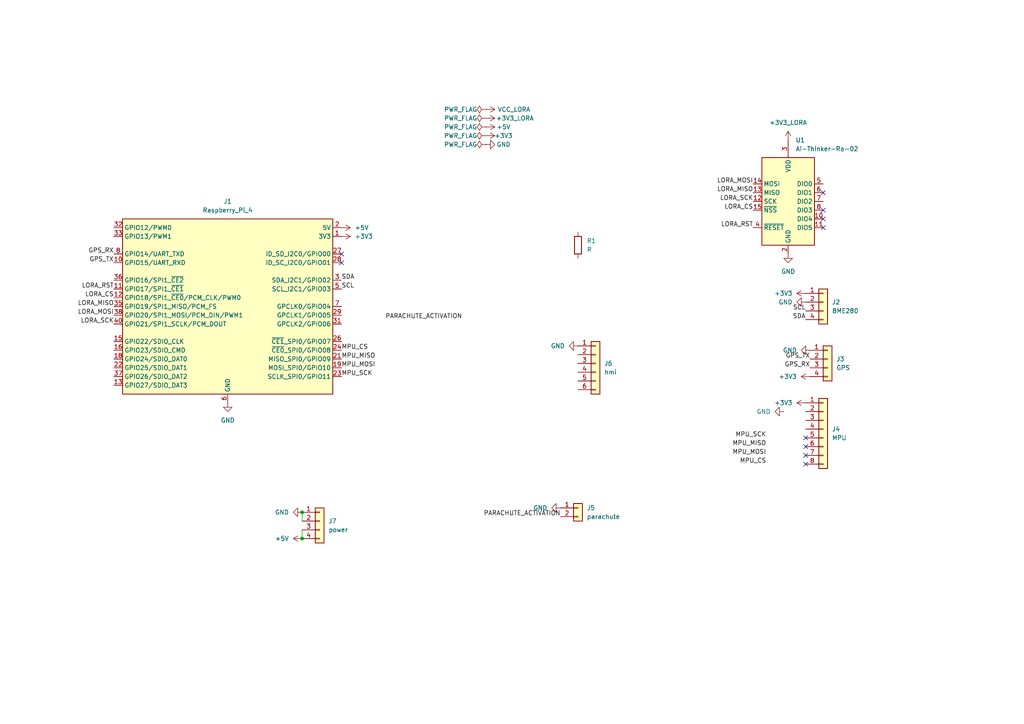
<source format=kicad_sch>
(kicad_sch (version 20250114) (generator "eeschema") (generator_version "9.0")
  (paper "A4")
  (lib_symbols
    (symbol "Connector:Raspberry_Pi_4"
      (property "Reference" "J" (at -17.526 48.768 0))
      (property "Value" "Raspberry_Pi_4" (at 15.748 -26.416 0))
      (symbol "Raspberry_Pi_4_0_1"
        (rectangle (start -30.48 25.4) (end 30.48 -25.4) (stroke (width 0.254)) (fill (type background)))
      )
      (symbol "Raspberry_Pi_4_1_1"
        (pin bidirectional line (at -33.02 22.86 0) (length 2.54) (name "GPIO12/PWM0") (number "32"))
        (pin bidirectional line (at -33.02 20.32 0) (length 2.54) (name "GPIO13/PWM1") (number "33"))
        (pin bidirectional line (at -33.02 15.24 0) (length 2.54) (name "GPIO14/UART_TXD") (number "8"))
        (pin bidirectional line (at -33.02 12.7 0) (length 2.54) (name "GPIO15/UART_RXD") (number "10"))
        (pin bidirectional line (at -33.02 7.62 0) (length 2.54) (name "GPIO16/SPI1_~{CE2}") (number "36"))
        (pin bidirectional line (at -33.02 5.08 0) (length 2.54) (name "GPIO17/SPI1_~{CE1}") (number "11"))
        (pin bidirectional line (at -33.02 2.54 0) (length 2.54) (name "GPIO18/SPI1_~{CE0}/PCM_CLK/PWM0") (number "12"))
        (pin bidirectional line (at -33.02 0 0) (length 2.54) (name "GPIO19/SPI1_MISO/PCM_FS") (number "35"))
        (pin bidirectional line (at -33.02 -2.54 0) (length 2.54) (name "GPIO20/SPI1_MOSI/PCM_DIN/PWM1") (number "38"))
        (pin bidirectional line (at -33.02 -5.08 0) (length 2.54) (name "GPIO21/SPI1_SCLK/PCM_DOUT") (number "40"))
        (pin bidirectional line (at -33.02 -10.16 0) (length 2.54) (name "GPIO22/SDIO_CLK") (number "15"))
        (pin bidirectional line (at -33.02 -12.7 0) (length 2.54) (name "GPIO23/SDIO_CMD") (number "16"))
        (pin bidirectional line (at -33.02 -15.24 0) (length 2.54) (name "GPIO24/SDIO_DAT0") (number "18"))
        (pin bidirectional line (at -33.02 -17.78 0) (length 2.54) (name "GPIO25/SDIO_DAT1") (number "22"))
        (pin bidirectional line (at -33.02 -20.32 0) (length 2.54) (name "GPIO26/SDIO_DAT2") (number "37"))
        (pin bidirectional line (at -33.02 -22.86 0) (length 2.54) (name "GPIO27/SDIO_DAT3") (number "13"))
        (pin passive line (at 0 -27.94 90) (length 2.54) (hide yes) (name "GND") (number "14"))
        (pin passive line (at 0 -27.94 90) (length 2.54) (hide yes) (name "GND") (number "20"))
        (pin passive line (at 0 -27.94 90) (length 2.54) (hide yes) (name "GND") (number "25"))
        (pin passive line (at 0 -27.94 90) (length 2.54) (hide yes) (name "GND") (number "30"))
        (pin passive line (at 0 -27.94 90) (length 2.54) (hide yes) (name "GND") (number "34"))
        (pin passive line (at 0 -27.94 90) (length 2.54) (hide yes) (name "GND") (number "39"))
        (pin power_out line (at 0 -27.94 90) (length 2.54) (name "GND") (number "6"))
        (pin passive line (at 0 -27.94 90) (length 2.54) (hide yes) (name "GND") (number "9"))
        (pin power_out line (at 33.02 22.86 180) (length 2.54) (name "5V") (number "2"))
        (pin passive line (at 33.02 22.86 180) (length 2.54) (hide yes) (name "5V") (number "4"))
        (pin power_out line (at 33.02 20.32 180) (length 2.54) (name "3V3") (number "1"))
        (pin passive line (at 33.02 20.32 180) (length 2.54) (hide yes) (name "3V3") (number "17"))
        (pin bidirectional line (at 33.02 15.24 180) (length 2.54) (name "ID_SD_I2C0/GPIO00") (number "27"))
        (pin bidirectional line (at 33.02 12.7 180) (length 2.54) (name "ID_SC_I2C0/GPIO01") (number "28"))
        (pin bidirectional line (at 33.02 7.62 180) (length 2.54) (name "SDA_I2C1/GPIO02") (number "3"))
        (pin bidirectional line (at 33.02 5.08 180) (length 2.54) (name "SCL_I2C1/GPIO03") (number "5"))
        (pin bidirectional line (at 33.02 0 180) (length 2.54) (name "GPCLK0/GPIO04") (number "7"))
        (pin bidirectional line (at 33.02 -2.54 180) (length 2.54) (name "GPCLK1/GPIO05") (number "29"))
        (pin bidirectional line (at 33.02 -5.08 180) (length 2.54) (name "GPCLK2/GPIO06") (number "31"))
        (pin bidirectional line (at 33.02 -10.16 180) (length 2.54) (name "~{CE1}_SPI0/GPIO07") (number "26"))
        (pin bidirectional line (at 33.02 -12.7 180) (length 2.54) (name "~{CE0}_SPI0/GPIO08") (number "24"))
        (pin bidirectional line (at 33.02 -15.24 180) (length 2.54) (name "MISO_SPI0/GPIO09") (number "21"))
        (pin bidirectional line (at 33.02 -17.78 180) (length 2.54) (name "MOSI_SPI0/GPIO10") (number "19"))
        (pin bidirectional line (at 33.02 -20.32 180) (length 2.54) (name "SCLK_SPI0/GPIO11") (number "23"))
      )
    )
    (symbol "Connector_Generic:Conn_01x02" (pin_names (offset 1.016) (hide yes))
      (property "Reference" "J" (at 0 2.54 0))
      (property "Value" "Conn_01x02" (at 0 -5.08 0))
      (symbol "Conn_01x02_1_1"
        (rectangle (start -1.27 1.27) (end 1.27 -3.81) (stroke (width 0.254)) (fill (type background)))
        (rectangle (start -1.27 0.127) (end 0 -0.127) (stroke (width 0.1524)))
        (rectangle (start -1.27 -2.413) (end 0 -2.667) (stroke (width 0.1524)))
        (pin passive line (at -5.08 0 0) (length 3.81) (name "Pin_1") (number "1"))
        (pin passive line (at -5.08 -2.54 0) (length 3.81) (name "Pin_2") (number "2"))
      )
    )
    (symbol "Connector_Generic:Conn_01x04" (pin_names (offset 1.016) (hide yes))
      (property "Reference" "J" (at 0 5.08 0))
      (property "Value" "Conn_01x04" (at 0 -7.62 0))
      (symbol "Conn_01x04_1_1"
        (rectangle (start -1.27 3.81) (end 1.27 -6.35) (stroke (width 0.254)) (fill (type background)))
        (rectangle (start -1.27 2.667) (end 0 2.413) (stroke (width 0.1524)))
        (rectangle (start -1.27 0.127) (end 0 -0.127) (stroke (width 0.1524)))
        (rectangle (start -1.27 -2.413) (end 0 -2.667) (stroke (width 0.1524)))
        (rectangle (start -1.27 -4.953) (end 0 -5.207) (stroke (width 0.1524)))
        (pin passive line (at -5.08 2.54 0) (length 3.81) (name "Pin_1") (number "1"))
        (pin passive line (at -5.08 0 0) (length 3.81) (name "Pin_2") (number "2"))
        (pin passive line (at -5.08 -2.54 0) (length 3.81) (name "Pin_3") (number "3"))
        (pin passive line (at -5.08 -5.08 0) (length 3.81) (name "Pin_4") (number "4"))
      )
    )
    (symbol "Connector_Generic:Conn_01x06" (pin_names (offset 1.016) (hide yes))
      (property "Reference" "J" (at 0 7.62 0))
      (property "Value" "Conn_01x06" (at 0 -10.16 0))
      (symbol "Conn_01x06_1_1"
        (rectangle (start -1.27 6.35) (end 1.27 -8.89) (stroke (width 0.254)) (fill (type background)))
        (rectangle (start -1.27 5.207) (end 0 4.953) (stroke (width 0.1524)))
        (rectangle (start -1.27 2.667) (end 0 2.413) (stroke (width 0.1524)))
        (rectangle (start -1.27 0.127) (end 0 -0.127) (stroke (width 0.1524)))
        (rectangle (start -1.27 -2.413) (end 0 -2.667) (stroke (width 0.1524)))
        (rectangle (start -1.27 -4.953) (end 0 -5.207) (stroke (width 0.1524)))
        (rectangle (start -1.27 -7.493) (end 0 -7.747) (stroke (width 0.1524)))
        (pin passive line (at -5.08 5.08 0) (length 3.81) (name "Pin_1") (number "1"))
        (pin passive line (at -5.08 2.54 0) (length 3.81) (name "Pin_2") (number "2"))
        (pin passive line (at -5.08 0 0) (length 3.81) (name "Pin_3") (number "3"))
        (pin passive line (at -5.08 -2.54 0) (length 3.81) (name "Pin_4") (number "4"))
        (pin passive line (at -5.08 -5.08 0) (length 3.81) (name "Pin_5") (number "5"))
        (pin passive line (at -5.08 -7.62 0) (length 3.81) (name "Pin_6") (number "6"))
      )
    )
    (symbol "Connector_Generic:Conn_01x08" (pin_names (offset 1.016) (hide yes))
      (property "Reference" "J" (at 0 10.16 0))
      (property "Value" "Conn_01x08" (at 0 -12.7 0))
      (symbol "Conn_01x08_1_1"
        (rectangle (start -1.27 8.89) (end 1.27 -11.43) (stroke (width 0.254)) (fill (type background)))
        (rectangle (start -1.27 7.747) (end 0 7.493) (stroke (width 0.1524)))
        (rectangle (start -1.27 5.207) (end 0 4.953) (stroke (width 0.1524)))
        (rectangle (start -1.27 2.667) (end 0 2.413) (stroke (width 0.1524)))
        (rectangle (start -1.27 0.127) (end 0 -0.127) (stroke (width 0.1524)))
        (rectangle (start -1.27 -2.413) (end 0 -2.667) (stroke (width 0.1524)))
        (rectangle (start -1.27 -4.953) (end 0 -5.207) (stroke (width 0.1524)))
        (rectangle (start -1.27 -7.493) (end 0 -7.747) (stroke (width 0.1524)))
        (rectangle (start -1.27 -10.033) (end 0 -10.287) (stroke (width 0.1524)))
        (pin passive line (at -5.08 7.62 0) (length 3.81) (name "Pin_1") (number "1"))
        (pin passive line (at -5.08 5.08 0) (length 3.81) (name "Pin_2") (number "2"))
        (pin passive line (at -5.08 2.54 0) (length 3.81) (name "Pin_3") (number "3"))
        (pin passive line (at -5.08 0 0) (length 3.81) (name "Pin_4") (number "4"))
        (pin passive line (at -5.08 -2.54 0) (length 3.81) (name "Pin_5") (number "5"))
        (pin passive line (at -5.08 -5.08 0) (length 3.81) (name "Pin_6") (number "6"))
        (pin passive line (at -5.08 -7.62 0) (length 3.81) (name "Pin_7") (number "7"))
        (pin passive line (at -5.08 -10.16 0) (length 3.81) (name "Pin_8") (number "8"))
      )
    )
    (symbol "Device:R" (pin_numbers (hide yes)) (pin_names (offset 0))
      (property "Reference" "R" (at 2.032 0 90))
      (property "Value" "R" (at 0 0 90))
      (symbol "R_0_1"
        (rectangle (start -1.016 -2.54) (end 1.016 2.54) (stroke (width 0.254)))
      )
      (symbol "R_1_1"
        (pin passive line (at 0 3.81 270) (length 1.27) (name "~") (number "1"))
        (pin passive line (at 0 -3.81 90) (length 1.27) (name "~") (number "2"))
      )
    )
    (symbol "RF_Module:Ai-Thinker-Ra-02"
      (property "Reference" "U" (at 2.54 19.05 0))
      (property "Value" "Ai-Thinker-Ra-02" (at 13.97 -15.24 0))
      (symbol "Ai-Thinker-Ra-02_0_1"
        (rectangle (start -7.62 12.7) (end 7.62 -12.7) (stroke (width 0.254)) (fill (type background)))
      )
      (symbol "Ai-Thinker-Ra-02_1_1"
        (pin input line (at -10.16 5.08 0) (length 2.54) (name "MOSI") (number "14"))
        (pin output line (at -10.16 2.54 0) (length 2.54) (name "MISO") (number "13"))
        (pin input line (at -10.16 0 0) (length 2.54) (name "SCK") (number "12"))
        (pin input line (at -10.16 -2.54 0) (length 2.54) (name "~{NSS}") (number "15"))
        (pin input line (at -10.16 -7.62 0) (length 2.54) (name "~{RESET}") (number "4"))
        (pin power_in line (at 0 17.78 270) (length 5.08) (name "VDD") (number "3"))
        (pin passive line (at 0 -15.24 90) (length 2.54) (hide yes) (name "GND") (number "1"))
        (pin passive line (at 0 -15.24 90) (length 2.54) (hide yes) (name "GND") (number "16"))
        (pin power_in line (at 0 -15.24 90) (length 2.54) (name "GND") (number "2"))
        (pin passive line (at 0 -15.24 90) (length 2.54) (hide yes) (name "GND") (number "9"))
        (pin bidirectional line (at 10.16 5.08 180) (length 2.54) (name "DIO0") (number "5"))
        (pin bidirectional line (at 10.16 2.54 180) (length 2.54) (name "DIO1") (number "6"))
        (pin bidirectional line (at 10.16 0 180) (length 2.54) (name "DIO2") (number "7"))
        (pin bidirectional line (at 10.16 -2.54 180) (length 2.54) (name "DIO3") (number "8"))
        (pin bidirectional line (at 10.16 -5.08 180) (length 2.54) (name "DIO4") (number "10"))
        (pin bidirectional line (at 10.16 -7.62 180) (length 2.54) (name "DIO5") (number "11"))
      )
    )
    (symbol "power:+3V3" (power) (pin_numbers (hide yes)) (pin_names (offset 0) (hide yes))
      (property "Value" "+3V3" (at 0 3.556 0))
      (symbol "+3V3_0_1"
        (polyline (pts (xy -0.762 1.27) (xy 0 2.54)))
        (polyline (pts (xy 0 2.54) (xy 0.762 1.27)))
        (polyline (pts (xy 0 0) (xy 0 2.54)))
      )
      (symbol "+3V3_1_1"
        (pin power_in line (at 0 0 90) (length 0) (name "~") (number "1"))
      )
    )
    (symbol "power:+5V" (power) (pin_numbers (hide yes)) (pin_names (offset 0) (hide yes))
      (property "Value" "+5V" (at 0 3.556 0))
      (symbol "+5V_0_1"
        (polyline (pts (xy -0.762 1.27) (xy 0 2.54)))
        (polyline (pts (xy 0 2.54) (xy 0.762 1.27)))
        (polyline (pts (xy 0 0) (xy 0 2.54)))
      )
      (symbol "+5V_1_1"
        (pin power_in line (at 0 0 90) (length 0) (name "~") (number "1"))
      )
    )
    (symbol "power:GND" (power) (pin_numbers (hide yes)) (pin_names (offset 0) (hide yes))
      (property "Value" "GND" (at 0 -3.81 0))
      (symbol "GND_0_1"
        (polyline (pts (xy 0 0) (xy 0 -1.27) (xy 1.27 -1.27) (xy 0 -2.54) (xy -1.27 -1.27) (xy 0 -1.27)))
      )
      (symbol "GND_1_1"
        (pin power_in line (at 0 0 270) (length 0) (name "~") (number "1"))
      )
    )
    (symbol "power:PWR_FLAG" (power) (pin_numbers (hide yes)) (pin_names (offset 0) (hide yes))
      (property "Value" "PWR_FLAG" (at 0 3.81 0))
      (symbol "PWR_FLAG_0_0"
        (pin power_out line (at 0 0 90) (length 0) (name "~") (number "1"))
      )
      (symbol "PWR_FLAG_0_1"
        (polyline (pts (xy 0 0) (xy 0 1.27) (xy -1.016 1.905) (xy 0 2.54) (xy 1.016 1.905) (xy 0 1.27)))
      )
    )
  )
  (junction (at 87.63 156.21))
  (junction (at 87.63 148.59))
  (no_connect (at 238.76 60.96))
  (no_connect (at 238.76 63.5))
  (no_connect (at 238.76 66.04))
  (no_connect (at 233.68 129.54))
  (no_connect (at 233.68 132.08))
  (no_connect (at 233.68 127))
  (no_connect (at 233.68 134.62))
  (no_connect (at 238.76 55.88))
  (no_connect (at 99.06 73.66))
  (no_connect (at 99.06 76.2))
  (wire (pts (xy 87.63 148.59) (xy 87.63 151.13)))
  (wire (pts (xy 87.63 153.67) (xy 87.63 156.21)))
  (label "LORA_MISO" (at 33.02 88.9 180))
  (label "MPU_SCK" (at 222.25 127 180))
  (label "MPU_SCK" (at 99.06 109.22 0))
  (label "MPU_MISO" (at 99.06 104.14 0))
  (label "SCL" (at 233.68 90.17 180))
  (label "LORA_CS" (at 218.44 60.96 180))
  (label "PARACHUTE_ACTIVATION" (at 162.56 149.86 180))
  (label "GPS_TX" (at 33.02 76.2 180))
  (label "LORA_MISO" (at 218.44 55.88 180))
  (label "MPU_MISO" (at 222.25 129.54 180))
  (label "GPS_TX" (at 234.95 104.14 180))
  (label "LORA_CS" (at 33.02 86.36 180))
  (label "MPU_MOSI" (at 99.06 106.68 0))
  (label "LORA_RST" (at 33.02 83.82 180))
  (label "SCL" (at 99.06 83.82 0))
  (label "MPU_MOSI" (at 222.25 132.08 180))
  (label "LORA_MOSI" (at 33.02 91.44 180))
  (label "SDA" (at 233.68 92.71 180))
  (label "MPU_CS" (at 222.25 134.62 180))
  (label "GPS_RX" (at 33.02 73.66 180))
  (label "PARACHUTE_ACTIVATION" (at 111.76 92.71 0))
  (label "SDA" (at 99.06 81.28 0))
  (label "GPS_RX" (at 234.95 106.68 180))
  (label "LORA_SCK" (at 218.44 58.42 180))
  (label "MPU_CS" (at 99.06 101.6 0))
  (label "LORA_RST" (at 218.44 66.04 180))
  (label "LORA_SCK" (at 33.02 93.98 180))
  (label "LORA_MOSI" (at 218.44 53.34 180))
  (symbol (lib_id "power:PWR_FLAG") (at 140.97 31.75 90) (unit 1)
    (property "Reference" "#FLG05" (effects (hide yes)))
    (property "Value" "PWR_FLAG" (at 133.604 31.75 90))
    (property "Description" "Special symbol for telling ERC where power comes from" (effects (hide yes)))
  )
  (symbol (lib_id "power:PWR_FLAG") (at 140.97 34.29 90) (unit 1)
    (property "Reference" "#FLG04" (effects (hide yes)))
    (property "Value" "PWR_FLAG" (at 133.604 34.29 90))
    (property "Description" "Special symbol for telling ERC where power comes from" (effects (hide yes)))
  )
  (symbol (lib_id "power:+5V") (at 140.97 31.75 270) (unit 1)
    (property "Reference" "#PWR021" (effects (hide yes)))
    (property "Value" "VCC_LORA" (at 149.098 31.75 90))
    (property "Description" "Power symbol creates a global label with name \"+5V\"" (effects (hide yes)))
  )
  (symbol (lib_id "power:+3V3") (at 140.97 39.37 270) (unit 1)
    (property "Reference" "#PWR02" (effects (hide yes)))
    (property "Value" "+3V3" (at 146.05 39.37 90))
    (property "Description" "Power symbol creates a global label with name \"+3V3\"" (effects (hide yes)))
  )
  (symbol (lib_id "power:+3V3") (at 234.95 109.22 90) (unit 1)
    (property "Reference" "#PWR09" (effects (hide yes)))
    (property "Value" "+3V3" (at 231.14 109.2199 90) (effects (justify left)))
    (property "Description" "Power symbol creates a global label with name \"+3V3\"" (effects (hide yes)))
  )
  (symbol (lib_id "Connector_Generic:Conn_01x04") (at 240.03 104.14 0) (unit 1)
    (property "Reference" "J3" (at 242.57 104.1399 0) (effects (justify left)))
    (property "Value" "GPS" (at 242.57 106.6799 0) (effects (justify left)))
    (property "Description" "Generic connector, single row, 01x04, script generated (kicad-library-utils/schlib/autogen/connector/)" (effects (hide yes)))
  )
  (symbol (lib_id "power:GND") (at 228.6 73.66 0) (unit 1)
    (property "Reference" "#PWR019" (effects (hide yes)))
    (property "Value" "GND" (at 228.6 78.74 0))
    (property "Description" "Power symbol creates a global label with name \"GND\" , ground" (effects (hide yes)))
  )
  (symbol (lib_id "Connector_Generic:Conn_01x08") (at 238.76 124.46 0) (unit 1)
    (property "Reference" "J4" (at 241.3 124.4599 0) (effects (justify left)))
    (property "Value" "MPU" (at 241.3 126.9999 0) (effects (justify left)))
    (property "Description" "Generic connector, single row, 01x08, script generated (kicad-library-utils/schlib/autogen/connector/)" (effects (hide yes)))
  )
  (symbol (lib_id "Device:R") (at 167.64 71.12 0) (unit 1)
    (property "Reference" "R1" (at 170.18 69.8499 0) (effects (justify left)))
    (property "Value" "R" (at 170.18 72.3899 0) (effects (justify left)))
    (property "Description" "Resistor" (effects (hide yes)))
  )
  (symbol (lib_id "Connector_Generic:Conn_01x02") (at 167.64 147.32 0) (unit 1)
    (property "Reference" "J5" (at 170.18 147.3199 0) (effects (justify left)))
    (property "Value" "parachute" (at 170.18 149.8599 0) (effects (justify left)))
    (property "Description" "Generic connector, single row, 01x02, script generated (kicad-library-utils/schlib/autogen/connector/)" (effects (hide yes)))
  )
  (symbol (lib_id "power:GND") (at 234.95 101.6 270) (unit 1)
    (property "Reference" "#PWR017" (effects (hide yes)))
    (property "Value" "GND" (at 231.14 101.5999 90) (effects (justify right)))
    (property "Description" "Power symbol creates a global label with name \"GND\" , ground" (effects (hide yes)))
  )
  (symbol (lib_id "Connector:Raspberry_Pi_4") (at 66.04 88.9 0) (unit 1)
    (property "Reference" "J1" (at 66.04 58.42 0))
    (property "Value" "Raspberry_Pi_4" (at 66.04 60.96 0))
    (property "Datasheet" "https://datasheets.raspberrypi.com/rpi4/raspberry-pi-4-datasheet.pdf" (effects (hide yes)))
    (property "Description" "Raspberry Pi 4 Model B" (effects (hide yes)))
  )
  (symbol (lib_id "power:+5V") (at 140.97 36.83 270) (unit 1)
    (property "Reference" "#PWR03" (effects (hide yes)))
    (property "Value" "+5V" (at 146.05 36.83 90))
    (property "Description" "Power symbol creates a global label with name \"+5V\"" (effects (hide yes)))
  )
  (symbol (lib_id "Connector_Generic:Conn_01x06") (at 172.72 105.41 0) (unit 1)
    (property "Reference" "J6" (at 175.26 105.4099 0) (effects (justify left)))
    (property "Value" "hmi" (at 175.26 107.9499 0) (effects (justify left)))
    (property "Description" "Generic connector, single row, 01x06, script generated (kicad-library-utils/schlib/autogen/connector/)" (effects (hide yes)))
  )
  (symbol (lib_id "Connector_Generic:Conn_01x04") (at 92.71 151.13 0) (unit 1)
    (property "Reference" "J7" (at 95.25 151.1299 0) (effects (justify left)))
    (property "Value" "power" (at 95.25 153.6699 0) (effects (justify left)))
    (property "Description" "Generic connector, single row, 01x04, script generated (kicad-library-utils/schlib/autogen/connector/)" (effects (hide yes)))
  )
  (symbol (lib_id "power:GND") (at 162.56 147.32 270) (unit 1)
    (property "Reference" "#PWR015" (effects (hide yes)))
    (property "Value" "GND" (at 158.75 147.3199 90) (effects (justify right)))
    (property "Description" "Power symbol creates a global label with name \"GND\" , ground" (effects (hide yes)))
  )
  (symbol (lib_id "power:PWR_FLAG") (at 140.97 39.37 90) (unit 1)
    (property "Reference" "#FLG02" (effects (hide yes)))
    (property "Value" "PWR_FLAG" (at 133.604 39.37 90))
    (property "Description" "Special symbol for telling ERC where power comes from" (effects (hide yes)))
  )
  (symbol (lib_id "power:GND") (at 87.63 148.59 270) (unit 1)
    (property "Reference" "#PWR013" (effects (hide yes)))
    (property "Value" "GND" (at 83.82 148.5899 90) (effects (justify right)))
    (property "Description" "Power symbol creates a global label with name \"GND\" , ground" (effects (hide yes)))
  )
  (symbol (lib_id "power:+5V") (at 140.97 34.29 270) (unit 1)
    (property "Reference" "#PWR020" (effects (hide yes)))
    (property "Value" "+3V3_LORA" (at 149.352 34.29 90))
    (property "Description" "Power symbol creates a global label with name \"+5V\"" (effects (hide yes)))
  )
  (symbol (lib_id "power:GND") (at 140.97 41.91 90) (unit 1)
    (property "Reference" "#PWR01" (effects (hide yes)))
    (property "Value" "GND" (at 146.05 41.91 90))
    (property "Description" "Power symbol creates a global label with name \"GND\" , ground" (effects (hide yes)))
  )
  (symbol (lib_id "power:PWR_FLAG") (at 140.97 41.91 90) (unit 1)
    (property "Reference" "#FLG01" (effects (hide yes)))
    (property "Value" "PWR_FLAG" (at 133.604 41.91 90))
    (property "Description" "Special symbol for telling ERC where power comes from" (effects (hide yes)))
  )
  (symbol (lib_id "power:GND") (at 227.33 119.38 270) (unit 1)
    (property "Reference" "#PWR018" (effects (hide yes)))
    (property "Value" "GND" (at 223.52 119.3799 90) (effects (justify right)))
    (property "Description" "Power symbol creates a global label with name \"GND\" , ground" (effects (hide yes)))
  )
  (symbol (lib_id "power:PWR_FLAG") (at 140.97 36.83 90) (unit 1)
    (property "Reference" "#FLG03" (effects (hide yes)))
    (property "Value" "PWR_FLAG" (at 133.604 36.83 90))
    (property "Description" "Special symbol for telling ERC where power comes from" (effects (hide yes)))
  )
  (symbol (lib_id "power:+3V3") (at 228.6 40.64 0) (unit 1)
    (property "Reference" "#PWR08" (effects (hide yes)))
    (property "Value" "+3V3_LORA" (at 228.6 35.56 0))
    (property "Description" "Power symbol creates a global label with name \"+3V3\"" (effects (hide yes)))
  )
  (symbol (lib_id "power:GND") (at 66.04 116.84 0) (unit 1)
    (property "Reference" "#PWR012" (effects (hide yes)))
    (property "Value" "GND" (at 66.04 121.92 0))
    (property "Description" "Power symbol creates a global label with name \"GND\" , ground" (effects (hide yes)))
  )
  (symbol (lib_id "power:+3V3") (at 99.06 68.58 270) (unit 1)
    (property "Reference" "#PWR06" (effects (hide yes)))
    (property "Value" "+3V3" (at 102.87 68.5799 90) (effects (justify left)))
    (property "Description" "Power symbol creates a global label with name \"+3V3\"" (effects (hide yes)))
  )
  (symbol (lib_id "power:+3V3") (at 233.68 116.84 90) (unit 1)
    (property "Reference" "#PWR010" (effects (hide yes)))
    (property "Value" "+3V3" (at 229.87 116.8399 90) (effects (justify left)))
    (property "Description" "Power symbol creates a global label with name \"+3V3\"" (effects (hide yes)))
  )
  (symbol (lib_id "power:GND") (at 167.64 100.33 270) (unit 1)
    (property "Reference" "#PWR014" (effects (hide yes)))
    (property "Value" "GND" (at 163.83 100.3299 90) (effects (justify right)))
    (property "Description" "Power symbol creates a global label with name \"GND\" , ground" (effects (hide yes)))
  )
  (symbol (lib_id "Connector_Generic:Conn_01x04") (at 238.76 87.63 0) (unit 1)
    (property "Reference" "J2" (at 241.3 87.6299 0) (effects (justify left)))
    (property "Value" "BME280" (at 241.3 90.1699 0) (effects (justify left)))
    (property "Description" "Generic connector, single row, 01x04, script generated (kicad-library-utils/schlib/autogen/connector/)" (effects (hide yes)))
  )
  (symbol (lib_id "RF_Module:Ai-Thinker-Ra-02") (at 228.6 58.42 0) (unit 1)
    (property "Reference" "U1" (at 230.7433 40.64 0) (effects (justify left)))
    (property "Value" "Ai-Thinker-Ra-02" (at 230.7433 43.18 0) (effects (justify left)))
    (property "Footprint" "RF_Module:Ai-Thinker-Ra-01-LoRa" (effects (hide yes)))
    (property "Datasheet" "http://wiki.ai-thinker.com/_media/lora/docs/c048ps01a1_ra-02_product_specification_v1.1.pdf" (effects (hide yes)))
    (property "Description" "Ai-Thinker Ra-02 410-525 MHz LoRa Module, SPI interface, U.FL antenna connector" (effects (hide yes)))
  )
  (symbol (lib_id "power:+5V") (at 99.06 66.04 270) (unit 1)
    (property "Reference" "#PWR04" (effects (hide yes)))
    (property "Value" "+5V" (at 102.87 66.0399 90) (effects (justify left)))
    (property "Description" "Power symbol creates a global label with name \"+5V\"" (effects (hide yes)))
  )
  (symbol (lib_id "power:+5V") (at 87.63 156.21 90) (unit 1)
    (property "Reference" "#PWR05" (effects (hide yes)))
    (property "Value" "+5V" (at 83.82 156.2099 90) (effects (justify left)))
    (property "Description" "Power symbol creates a global label with name \"+5V\"" (effects (hide yes)))
  )
  (symbol (lib_id "power:GND") (at 233.68 87.63 270) (unit 1)
    (property "Reference" "#PWR016" (effects (hide yes)))
    (property "Value" "GND" (at 229.87 87.6299 90) (effects (justify right)))
    (property "Description" "Power symbol creates a global label with name \"GND\" , ground" (effects (hide yes)))
  )
  (symbol (lib_id "power:+3V3") (at 233.68 85.09 90) (unit 1)
    (property "Reference" "#PWR011" (effects (hide yes)))
    (property "Value" "+3V3" (at 229.87 85.0899 90) (effects (justify left)))
    (property "Description" "Power symbol creates a global label with name \"+3V3\"" (effects (hide yes)))
  )
)
</source>
